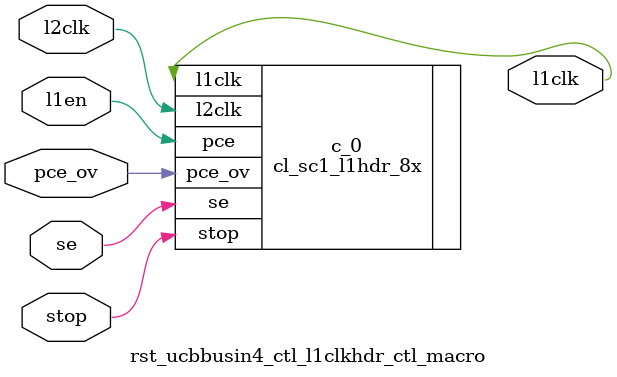
<source format=v>
`define   ASSERT               1'b0            // For active low signal.
`define DEASSERT               1'b1            // For active low signal.

`define INFO   20
`define IOB_CREG_RESET_GEN    40'h89_0000_0808 //Adr of RESET_GEN    reg (Fire.)
`define IOB_CREG_RESET_SOURCE 40'h89_0000_0818 //Adr of RESET_SOURCE reg (Fire.)
`define IOB_CREG_SSYSRESET    40'h89_0000_0838 //Adr of SSYS_RESET   reg (N1.)
`define IOB_CREG_RESETSTAT    40'h89_0000_0810 //Adr of RSET_STAT    reg (N1.)
`define IOB_CREG_CCU_TIME     40'h89_0000_0860 //Adr of CCU_TIME     reg (N2.)
`define IOB_CREG_LOCK_TIME    40'h89_0000_0870 //Adr of LOCK_TIME    reg (N2.)
`define IOB_CREG_PROP_TIME    40'h89_0000_0880 //Adr of PROP_TIME    reg (N2.)
`define IOB_CREG_NIU_TIME     40'h89_0000_0890 //Adr of NIU_TIME     reg (N2.)
`define IOB_CREG_RESET_FEE    40'h89_0000_0820 //Adr of RESET_FEE    reg (N2.)
//________________________________________________________________

`define RST_FSM_WIDTH           33
`define RST_INIT_STATE          33'h0_0000_0001
`define POR1_LOCK_TIME          33'h0_0000_0002
`define POR1_ARST_TIME          33'h0_0000_0004
`define POR1_SYNC_STABLE        33'h0_0000_0008
`define POR1_ASICFLUSH_STOP_ACK 33'h0_0000_0010
`define POR1_NIU_TIME           33'h0_0000_0020
`define POR1_FLUSH_STOP_ACK     33'h0_0000_0040
`define POR1_BISX_DONE          33'h0_0000_0080
`define POR2_FLUSH_INIT_ACK     33'h0_0000_0100
`define POR2_LOCK_TIME          33'h0_0000_0200
`define POR2_FLUSH_STOP_ACK     33'h0_0000_0400
`define POR2_EFU_DONE           33'h0_0000_0800
`define POR2_ASSERT_RUN         33'h0_0000_1000
`define POR2_UNPARK_THREAD      33'h0_0000_2000
`define WMR1_WMR_GEN            33'h0_0000_4000
`define WMR1_DEASSERT_RUN       33'h0_0000_8000
`define WMR1_FLUSH_INIT_ACK     33'h0_0001_0000
`define WMR1_PRE_PLL1           33'h0_0002_0000
`define WMR1_PRE_PLL2           33'h0_0004_0000
`define WMR1_CCU_PLL            33'h0_0008_0000
`define WMR1_LOCK_TIME          33'h0_0010_0000
`define WMR1_ARST_TIME          33'h0_0020_0000
`define WMR1_PROP_TIME          33'h0_0040_0000
`define WMR1_SYNC_STABLE        33'h0_0080_0000
`define WMR1_FLUSH_STOP_ACK     33'h0_0100_0000
`define WMR1_BISX_DONE          33'h0_0200_0000
`define WMR2_FLUSH_INIT_ACK     33'h0_0400_0000
`define WMR2_PROP_TIME          33'h0_0800_0000
`define WMR2_FLUSH_STOP_ACK     33'h0_1000_0000
`define WMR2_NIU_TIME           33'h1_0000_0000
`define WMR2_ASSERT_RUN         33'h0_2000_0000
`define WMR2_UNPARK_THREAD      33'h0_4000_0000
`define RST_ARBITER             33'h0_8000_0000

`define XIR_IDLE                 2'h1
`define XIR_DONE                 2'h2

`define DMU_IDLE                 3'h1
`define DMU_TIME1                3'h2
`define DMU_TIME2                3'h4

`define NIU_IDLE                 2'h1
`define NIU_TIME                 2'h2
//________________________________________________________________

// Already taken addresses, in address order:
// sort -t "'" -k 2 /home/jl148824/project/NCU/include/iop.h:

//`define IOB_CREG_INTMAN            32'h00000000
//`define IOB_CREG_INTSTAT           32'h00000000
//`define IOB_CREG_INTCTL            32'h00000400
//`define IOB_CREG_MDATA0            32'h00000400
//`define IOB_CREG_MDATA1            32'h00000500
//`define IOB_CREG_MDATA0_ALIAS      32'h00000600
//`define IOB_CREG_MDATA1_ALIAS      32'h00000700
//`define IOB_CREG_INTVECDISP        32'h00000800
//                                   32'h00000808 // Adr of RESET_GEN    reg.
// Bill Bryg removed the CHIP_RESET reg from the Niagara 1 spec Feb 4 '03.
//`define IOB_CREG_RESETSTAT         32'h00000810 // Adr of RSET_STAT    reg.
//`define IOB_CREG_SERNUM            32'h00000820
//`define IOB_CREG_TMSTATCTRL        32'h00000828
//`define IOB_CREG_COREAVAIL         32'h00000830
//`define IOB_CREG_SSYSRESET         32'h00000838 // Adr of SSYS_RESET   reg.
//`define IOB_CREG_FUSESTAT          32'h00000840
//`define IOB_CREG_MARGIN            32'h00000850
//`define IOB_CREG_MBUSY             32'h00000900
//`define IOB_CREG_JINTV             32'h00000a00
//`define IOB_CREG_MBUSY_ALIAS       32'h00000b00
//`define IOB_CREG_DBG_IOBVIS_CTRL   32'h00001000
//`define IOB_CREG_DBG_L2VIS_CTRL    32'h00001800 
//`define IOB_CREG_DBG_L2VIS_MASKA   32'h00001820 
//`define IOB_CREG_DBG_L2VIS_MASKB   32'h00001828 
//`define IOB_CREG_DBG_L2VIS_CMPA    32'h00001830
//`define IOB_CREG_DBG_L2VIS_CMPB    32'h00001838
//`define IOB_CREG_DBG_L2VIS_TRIG    32'h00001840
//`define IOB_CREG_DBG_ENET_CTRL     32'h00002000
//`define IOB_CREG_DBG_ENET_IDLEVAL  32'h00002008
//`define IOB_CREG_DBG_JBUS_CTRL     32'h00002100
//`define IOB_CREG_DBG_JBUS_LO_MASK0 32'h00002140
//`define IOB_CREG_DBG_JBUS_LO_CMP0  32'h00002148
//`define IOB_CREG_DBG_JBUS_LO_CNT0  32'h00002150
//`define IOB_CREG_DBG_JBUS_LO_MASK1 32'h00002160
//`define IOB_CREG_DBG_JBUS_LO_CMP1  32'h00002168
//`define IOB_CREG_DBG_JBUS_LO_CNT1  32'h00002170
//`define IOB_CREG_DBG_JBUS_HI_MASK0 32'h00002180
//`define IOB_CREG_DBG_JBUS_HI_CMP0  32'h00002188
//`define IOB_CREG_DBG_JBUS_HI_CNT0  32'h00002190
//`define IOB_CREG_DBG_JBUS_HI_MASK1 32'h000021a0
//`define IOB_CREG_DBG_JBUS_HI_CMP1  32'h000021a8
//`define IOB_CREG_DBG_JBUS_HI_CNT1  32'h000021b0
//________________________________________________________________

// Verilog define statements for:
//   rst_ucbbusin4_ctl.sv    and:
//   rst_ucbbusout4_ctl.sv:

`define UCB_BUS_WIDTH     4
`define UCB_BUS_WIDTH_M1  3
`define CYC_NUM          32
`define CYC_NUM_M1       31

`define RST_UCB_DATA_WIDTH 16
// Width of:
//   data_in_io            ;// Convert    from io  to cmp to sys.
//   data_in_sys           ;// Convert    from io  to cmp to sys.
//   data_out_sys2         ;// Convert    from sys to cmp.
//   data_out_cmp2         ;// Convert    from sys to cmp to io.
// The following stay 64 bits wide:
//   data_in               ;// Convert    from io  to cmp to sys.
//   data_out              ;// Converted  from        cmp to io.
// If you modify RST_UCB_DATA_WIDTH, adjust the width of x'b0 in
// the following two concatenations:
//   assign         data_out     [                   63:0] =
//   assign data_out_sys[`RST_UCB_DATA_WIDTH-1:0] =

`define RST_TIME_WIDTH 16
// Width of:
//   lock_time_addr    ? {32'b0, lock_time_q   [31:0] }:// LOCK_TIME
//   prop_time_addr    ? {32'b0, prop_time_q   [31:0] }:// PROP_TIME
//   niu_time_addr     ? {32'b0, niu_time_q    [31:0] }:// NIU_TIME
//   msff_ctl_macro lock_time_ff         (width=32,en=1,clr_=1)
//   msff_ctl_macro lock_count_ff        (width=32,en=0,clr_=1)
//   msff_ctl_macro prop_time_ff         (width=32,en=1,clr_=1)
//   msff_ctl_macro prop_count_ff        (width=32,en=0,clr_=1)
//   msff_ctl_macro niu_time_ff          (width=32,en=1,clr_=1)
//   msff_ctl_macro niu_count_ff         (width=32,en=0,clr_=1)
//   msff_ctl_macro dmu_time_ff          (width=32,en=1,clr_=1)
//   msff_ctl_macro dmu_count_ff         (width=32,en=0,clr_=1)


// `define UCB_BUS_WIDTH 4
// `define UCB_BUS_WIDTH_M1 3
// `define CYC_NUM 32
// `define CYC_NUM_M1 31

module rst_ucbbusin4_ctl (
  iol2clk, 
  ucb_clr_io_, 
  scan_in, 
  scan_out, 
  tcu_pce_ov, 
  tcu_clk_stop, 
  tcu_aclk, 
  tcu_bclk, 
  tcu_scan_en, 
  vld, 
  data, 
  stall, 
  indata_buf_vld, 
  indata_buf, 
  stall_a1) ;
wire stall_d1_;
wire stall_d1;
wire vld_d1_ff_scanin;
wire vld_d1_ff_scanout;
wire vld_d1;
wire l1clk;
wire data_d1_ff_scanin;
wire data_d1_ff_scanout;
wire [3:0] data_d1;
wire stall_ff_scanin;
wire stall_ff_scanout;
wire stall_d1_ff_scanin;
wire stall_d1_ff_scanout;
wire skid_buf0_en;
wire vld_buf0_ff_scanin;
wire vld_buf0_ff_scanout;
wire vld_buf0;
wire data_buf0_ff_scanin;
wire data_buf0_ff_scanout;
wire [3:0] data_buf0;
wire skid_buf1_en_ff_scanin;
wire skid_buf1_en_ff_scanout;
wire skid_buf1_en;
wire vld_buf1_ff_scanin;
wire vld_buf1_ff_scanout;
wire vld_buf1;
wire data_buf1_ff_scanin;
wire data_buf1_ff_scanout;
wire [3:0] data_buf1;
wire skid_buf0_sel;
wire skid_buf1_sel_ff_scanin;
wire skid_buf1_sel_ff_scanout;
wire skid_buf1_sel;
wire vld_mux;
wire [3:0] data_mux;
wire [31:0] indata_vec_next;
wire [31:0] indata_vec;
wire stall_a1_;
wire indata_vec_ff_scanin;
wire indata_vec_ff_scanout;
wire [127:0] indata_buf_next;
wire indata_buf_ff_scanin;
wire indata_buf_ff_scanout;
wire indata_vec0_d1_ff_scanin;
wire indata_vec0_d1_ff_scanout;
wire indata_vec0_d1;
wire siclk;
wire soclk;
wire pce_ov;
wire stop;
wire se;


////////////////////////////////////////////////////////////////////////
// Signal declarations
////////////////////////////////////////////////////////////////////////
// Global interface
input		iol2clk;
input		ucb_clr_io_;           //BP 8-19-05
input		scan_in;
output		scan_out;
input		tcu_pce_ov;
input		tcu_clk_stop;
input		tcu_aclk    ;
input		tcu_bclk    ;
input		tcu_scan_en ;

// UCB bus interface
input		vld;
input [`UCB_BUS_WIDTH_M1 :0]	data;
output		stall;


// Local interface
output		indata_buf_vld;
output [127:0]	indata_buf;
input		stall_a1;


// Internal signals

////////////////////////////////////////////////////////////////////////
// Code starts here
////////////////////////////////////////////////////////////////////////
/************************************************************
 * UCB bus interface flops
 * This is to make signals going between IOB and UCB flop-to-flop
 * to improve timing.
 ************************************************************/
assign stall_d1_ = ~stall_d1;
rst_ucbbusin4_ctl_msff_ctl_macro__clr__1__en_1__width_1 vld_d1_ff   
				(
				.scan_in(vld_d1_ff_scanin),
				.scan_out(vld_d1_ff_scanout),
				.dout		(vld_d1),
				.clr_		(ucb_clr_io_),	//BP 8-19-05
				.l1clk		(l1clk),
				.en		(stall_d1_),
				.din		(vld),
  .siclk(siclk),
  .soclk(soclk)
				);

rst_ucbbusin4_ctl_msff_ctl_macro__clr__1__en_1__width_4 data_d1_ff   
				(
				.scan_in(data_d1_ff_scanin),
				.scan_out(data_d1_ff_scanout),
				.dout		(data_d1[`UCB_BUS_WIDTH_M1:0]),
				.clr_		(ucb_clr_io_),	//BP 8-19-05
				.l1clk		(l1clk),
				.en		(stall_d1_),
				.din		(data[`UCB_BUS_WIDTH_M1:0]),
  .siclk(siclk),
  .soclk(soclk)
				);

rst_ucbbusin4_ctl_msff_ctl_macro__clr__1__width_1 stall_ff  
				(
				.scan_in(stall_ff_scanin),
				.scan_out(stall_ff_scanout),
				.dout		(stall),
				.clr_		(ucb_clr_io_),	//BP 8-19-05
				.l1clk		(l1clk),
				.din		(stall_a1),
  .siclk(siclk),
  .soclk(soclk)
				);

rst_ucbbusin4_ctl_msff_ctl_macro__clr__1__width_1 stall_d1_ff  
				(
				.scan_in(stall_d1_ff_scanin),
				.scan_out(stall_d1_ff_scanout),
				.dout		(stall_d1),
				.clr_		(ucb_clr_io_),	//BP 8-19-05
				.l1clk		(l1clk),
				.din		(stall),
  .siclk(siclk),
  .soclk(soclk)
				);


/************************************************************
 * Skid buffer
 * We need a two deep skid buffer to handle stalling.
 ************************************************************/
// Assertion: stall has to be deasserted for more than 1 cycle
//            ie time between two separate stalls has to be
//            at least two cycles.  Otherwise, contents from
//            skid buffer will be lost.

// Buffer 0
assign  skid_buf0_en = stall_a1 & ~stall;

rst_ucbbusin4_ctl_msff_ctl_macro__clr__1__en_1__width_1 vld_buf0_ff   
				(
				.scan_in(vld_buf0_ff_scanin),
				.scan_out(vld_buf0_ff_scanout),
				.dout		(vld_buf0),
				.clr_		(ucb_clr_io_),	//BP 8-19-05
				.l1clk		(l1clk),
				.en		(skid_buf0_en),
				.din		(vld_d1),
  .siclk(siclk),
  .soclk(soclk)
				);

rst_ucbbusin4_ctl_msff_ctl_macro__clr__1__en_1__width_4 data_buf0_ff    
				(
				.scan_in(data_buf0_ff_scanin),
				.scan_out(data_buf0_ff_scanout),
				.dout		(data_buf0[`UCB_BUS_WIDTH_M1 :0]),
				.clr_		(ucb_clr_io_),	//BP 8-19-05
				.l1clk		(l1clk),
				.en		(skid_buf0_en),
				.din		(data_d1[`UCB_BUS_WIDTH_M1 :0]),
  .siclk(siclk),
  .soclk(soclk)
				);

// Buffer 1
rst_ucbbusin4_ctl_msff_ctl_macro__clr__1__width_1 skid_buf1_en_ff  
				(
				.scan_in(skid_buf1_en_ff_scanin),
				.scan_out(skid_buf1_en_ff_scanout),
				.dout		(skid_buf1_en),
				.clr_		(ucb_clr_io_),	//BP 8-19-05
				.l1clk		(l1clk),
				.din		(skid_buf0_en),
  .siclk(siclk),
  .soclk(soclk)
				);

rst_ucbbusin4_ctl_msff_ctl_macro__clr__1__en_1__width_1 vld_buf1_ff   
				(
				.scan_in(vld_buf1_ff_scanin),
				.scan_out(vld_buf1_ff_scanout),
				.dout		(vld_buf1),
				.clr_		(ucb_clr_io_),	//BP 8-19-05
				.l1clk		(l1clk),
				.en		(skid_buf1_en),
				.din		(vld_d1),
  .siclk(siclk),
  .soclk(soclk)
				);

rst_ucbbusin4_ctl_msff_ctl_macro__clr__1__en_1__width_4 data_buf1_ff    
				(
				.scan_in(data_buf1_ff_scanin),
				.scan_out(data_buf1_ff_scanout),
				.dout		(data_buf1[`UCB_BUS_WIDTH_M1 :0]),
				.clr_		(ucb_clr_io_),	//BP 8-19-05
				.l1clk		(l1clk),
				.en		(skid_buf1_en),
				.din		(data_d1[`UCB_BUS_WIDTH_M1 :0]),
  .siclk(siclk),
  .soclk(soclk)
				);


/************************************************************
 * Mux between skid buffer and interface flop
 ************************************************************/
// Assertion: stall has to be deasserted for more than 1 cycle
//            ie time between two separate stalls has to be
//            at least two cycles.  Otherwise, contents from
//            skid buffer will be lost.

assign	skid_buf0_sel = ~stall_a1 & stall;

rst_ucbbusin4_ctl_msff_ctl_macro__clr__1__width_1 skid_buf1_sel_ff  
				(
				.scan_in(skid_buf1_sel_ff_scanin),
				.scan_out(skid_buf1_sel_ff_scanout),
				.dout		(skid_buf1_sel),
				.clr_		(ucb_clr_io_),	//BP 8-19-05
				.l1clk		(l1clk),
				.din		(skid_buf0_sel),
  .siclk(siclk),
  .soclk(soclk)
				);

assign	vld_mux = skid_buf0_sel ? vld_buf0 : 
	   	     skid_buf1_sel ? vld_buf1 :
		                     vld_d1;

assign	data_mux[`UCB_BUS_WIDTH_M1 :0] = skid_buf0_sel ? data_buf0[`UCB_BUS_WIDTH_M1 :0] : 
					skid_buf1_sel ? data_buf1[`UCB_BUS_WIDTH_M1 :0] : 
					       		 data_d1[`UCB_BUS_WIDTH_M1 :0];


/************************************************************
 * Assemble inbound data
 ************************************************************/
// valid vector
assign	indata_vec_next[`CYC_NUM_M1:0] = {vld_mux, indata_vec[`CYC_NUM_M1 :1]};

assign	stall_a1_ = ~stall_a1;
rst_ucbbusin4_ctl_msff_ctl_macro__clr__1__en_1__width_32 indata_vec_ff    
				(
				.scan_in(indata_vec_ff_scanin),
				.scan_out(indata_vec_ff_scanout),
				.dout		(indata_vec[`CYC_NUM_M1 :0]),
				.clr_		(ucb_clr_io_),	//BP 8-19-05
				.l1clk		(l1clk),
				.en		(stall_a1_),
				.din		(indata_vec_next[`CYC_NUM_M1 :0]),
  .siclk(siclk),
  .soclk(soclk)
				);

// data buffer
assign	indata_buf_next[127:0] = {data_mux[`UCB_BUS_WIDTH_M1 :0], indata_buf[127:`UCB_BUS_WIDTH ]};
rst_ucbbusin4_ctl_msff_ctl_macro__clr__1__en_1__width_128 indata_buf_ff   
				(
				.scan_in(indata_buf_ff_scanin),
				.scan_out(indata_buf_ff_scanout),
				.dout		(indata_buf[127:0]),
				.clr_		(ucb_clr_io_),	//BP 8-19-05
				.l1clk		(l1clk),
				.en		(stall_a1_),
				.din		(indata_buf_next[127:0]),
  .siclk(siclk),
  .soclk(soclk)
				);

// detect a new packet	  
rst_ucbbusin4_ctl_msff_ctl_macro__clr__1__en_1__width_1 indata_vec0_d1_ff   
				(
				.scan_in(indata_vec0_d1_ff_scanin),
				.scan_out(indata_vec0_d1_ff_scanout),
				.dout		(indata_vec0_d1),
				.clr_		(ucb_clr_io_),	//BP 8-19-05
				.l1clk		(l1clk),
				.en		(stall_a1_),
				.din		(indata_vec[0]),
  .siclk(siclk),
  .soclk(soclk)
				);

assign	indata_buf_vld = indata_vec[0] & ~indata_vec0_d1;



/**** adding clock header ****/
rst_ucbbusin4_ctl_l1clkhdr_ctl_macro clkgen (
				.l2clk	(iol2clk),
				.l1en	(1'b1),
                             // .pce_ov (1'b0   ),
                                .stop   (1'b0   ),
                             // .se     (1'b0   ),
				.l1clk	(l1clk),
  .pce_ov(pce_ov),
  .se(se)
				);

/*** building tcu port ***/
assign	siclk  = tcu_aclk    ;
assign	soclk  = tcu_bclk    ;
assign	pce_ov = tcu_pce_ov  ;
assign	stop   = tcu_clk_stop;
// scan renames
assign  se     = tcu_scan_en ;
// end scan

// fixscan start:
assign vld_d1_ff_scanin          = scan_in                  ;
assign data_d1_ff_scanin         = vld_d1_ff_scanout        ;
assign stall_ff_scanin           = data_d1_ff_scanout       ;
assign stall_d1_ff_scanin        = stall_ff_scanout         ;
assign vld_buf0_ff_scanin        = stall_d1_ff_scanout      ;
assign data_buf0_ff_scanin       = vld_buf0_ff_scanout      ;
assign skid_buf1_en_ff_scanin    = data_buf0_ff_scanout     ;
assign vld_buf1_ff_scanin        = skid_buf1_en_ff_scanout  ;
assign data_buf1_ff_scanin       = vld_buf1_ff_scanout      ;
assign skid_buf1_sel_ff_scanin   = data_buf1_ff_scanout     ;
assign indata_vec_ff_scanin      = skid_buf1_sel_ff_scanout ;
assign indata_buf_ff_scanin      = indata_vec_ff_scanout    ;
assign indata_vec0_d1_ff_scanin  = indata_buf_ff_scanout    ;
assign scan_out                  = indata_vec0_d1_ff_scanout;
// fixscan end:
endmodule // ucb_bus_in






// any PARAMS parms go into naming of macro

module rst_ucbbusin4_ctl_msff_ctl_macro__clr__1__en_1__width_1 (
  din, 
  en, 
  clr_, 
  l1clk, 
  scan_in, 
  siclk, 
  soclk, 
  dout, 
  scan_out);
wire [0:0] fdin;

  input [0:0] din;
  input en;
  input clr_;
  input l1clk;
  input scan_in;


  input siclk;
  input soclk;

  output [0:0] dout;
  output scan_out;
assign fdin[0:0] = (din[0:0] & {1{en}} & ~{1{(~clr_)}}) | (dout[0:0] & ~{1{en}} & ~{1{(~clr_)}});






dff /*#(1)*/  d0_0 (
.l1clk(l1clk),
.siclk(siclk),
.soclk(soclk),
.d(fdin[0:0]),
.si(scan_in),
.so(scan_out),
.q(dout[0:0])
);












endmodule













// any PARAMS parms go into naming of macro

module rst_ucbbusin4_ctl_msff_ctl_macro__clr__1__en_1__width_4 (
  din, 
  en, 
  clr_, 
  l1clk, 
  scan_in, 
  siclk, 
  soclk, 
  dout, 
  scan_out);
wire [3:0] fdin;
wire [2:0] so;

  input [3:0] din;
  input en;
  input clr_;
  input l1clk;
  input scan_in;


  input siclk;
  input soclk;

  output [3:0] dout;
  output scan_out;
assign fdin[3:0] = (din[3:0] & {4{en}} & ~{4{(~clr_)}}) | (dout[3:0] & ~{4{en}} & ~{4{(~clr_)}});






dff /*#(4)*/  d0_0 (
.l1clk(l1clk),
.siclk(siclk),
.soclk(soclk),
.d(fdin[3:0]),
.si({scan_in,so[2:0]}),
.so({so[2:0],scan_out}),
.q(dout[3:0])
);












endmodule













// any PARAMS parms go into naming of macro

module rst_ucbbusin4_ctl_msff_ctl_macro__clr__1__width_1 (
  din, 
  clr_, 
  l1clk, 
  scan_in, 
  siclk, 
  soclk, 
  dout, 
  scan_out);
wire [0:0] fdin;

  input [0:0] din;
  input clr_;
  input l1clk;
  input scan_in;


  input siclk;
  input soclk;

  output [0:0] dout;
  output scan_out;
assign fdin[0:0] = din[0:0] & ~{1{(~clr_)}};






dff /*#(1)*/  d0_0 (
.l1clk(l1clk),
.siclk(siclk),
.soclk(soclk),
.d(fdin[0:0]),
.si(scan_in),
.so(scan_out),
.q(dout[0:0])
);












endmodule













// any PARAMS parms go into naming of macro

module rst_ucbbusin4_ctl_msff_ctl_macro__clr__1__en_1__width_32 (
  din, 
  en, 
  clr_, 
  l1clk, 
  scan_in, 
  siclk, 
  soclk, 
  dout, 
  scan_out);
wire [31:0] fdin;
wire [30:0] so;

  input [31:0] din;
  input en;
  input clr_;
  input l1clk;
  input scan_in;


  input siclk;
  input soclk;

  output [31:0] dout;
  output scan_out;
assign fdin[31:0] = (din[31:0] & {32{en}} & ~{32{(~clr_)}}) | (dout[31:0] & ~{32{en}} & ~{32{(~clr_)}});






dff /*#(32)*/  d0_0 (
.l1clk(l1clk),
.siclk(siclk),
.soclk(soclk),
.d(fdin[31:0]),
.si({scan_in,so[30:0]}),
.so({so[30:0],scan_out}),
.q(dout[31:0])
);












endmodule













// any PARAMS parms go into naming of macro

module rst_ucbbusin4_ctl_msff_ctl_macro__clr__1__en_1__width_128 (
  din, 
  en, 
  clr_, 
  l1clk, 
  scan_in, 
  siclk, 
  soclk, 
  dout, 
  scan_out);
wire [127:0] fdin;
wire [126:0] so;

  input [127:0] din;
  input en;
  input clr_;
  input l1clk;
  input scan_in;


  input siclk;
  input soclk;

  output [127:0] dout;
  output scan_out;
assign fdin[127:0] = (din[127:0] & {128{en}} & ~{128{(~clr_)}}) | (dout[127:0] & ~{128{en}} & ~{128{(~clr_)}});






dff /*#(128)*/  d0_0 (
.l1clk(l1clk),
.siclk(siclk),
.soclk(soclk),
.d(fdin[127:0]),
.si({scan_in,so[126:0]}),
.so({so[126:0],scan_out}),
.q(dout[127:0])
);












endmodule













// any PARAMS parms go into naming of macro

module rst_ucbbusin4_ctl_l1clkhdr_ctl_macro (
  l2clk, 
  l1en, 
  pce_ov, 
  stop, 
  se, 
  l1clk);


  input l2clk;
  input l1en;
  input pce_ov;
  input stop;
  input se;
  output l1clk;



 

cl_sc1_l1hdr_8x c_0 (


   .l2clk(l2clk),
   .pce(l1en),
   .l1clk(l1clk),
  .se(se),
  .pce_ov(pce_ov),
  .stop(stop)
);



endmodule









</source>
